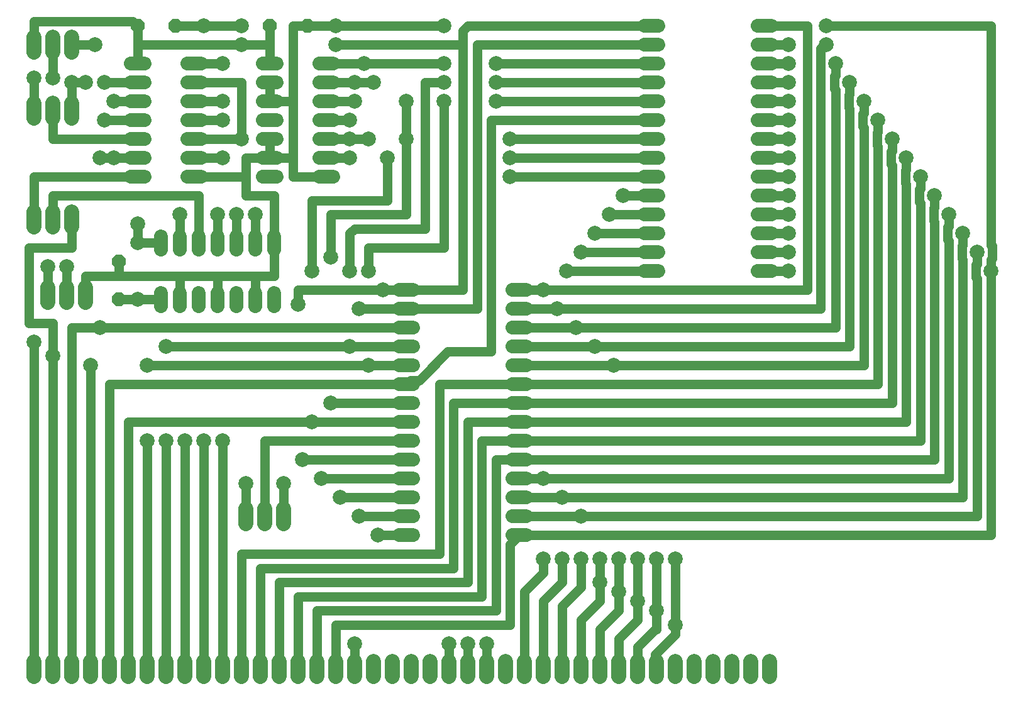
<source format=gbr>
G04 EAGLE Gerber RS-274X export*
G75*
%MOMM*%
%FSLAX34Y34*%
%LPD*%
%INBottom Copper*%
%IPPOS*%
%AMOC8*
5,1,8,0,0,1.08239X$1,22.5*%
G01*
%ADD10C,1.828800*%
%ADD11C,2.032000*%
%ADD12P,1.979475X8X22.500000*%
%ADD13P,1.979475X8X112.500000*%
%ADD14C,2.000000*%
%ADD15C,1.270000*%


D10*
X1012444Y-19050D02*
X994156Y-19050D01*
X994156Y-44450D02*
X1012444Y-44450D01*
X1012444Y-69850D02*
X994156Y-69850D01*
X994156Y-95250D02*
X1012444Y-95250D01*
X1012444Y-120650D02*
X994156Y-120650D01*
X994156Y-146050D02*
X1012444Y-146050D01*
X1012444Y-171450D02*
X994156Y-171450D01*
X994156Y-196850D02*
X1012444Y-196850D01*
X1012444Y-222250D02*
X994156Y-222250D01*
X994156Y-247650D02*
X1012444Y-247650D01*
X1012444Y-273050D02*
X994156Y-273050D01*
X994156Y-298450D02*
X1012444Y-298450D01*
X1012444Y-323850D02*
X994156Y-323850D01*
X994156Y-349250D02*
X1012444Y-349250D01*
X860044Y-349250D02*
X841756Y-349250D01*
X841756Y-323850D02*
X860044Y-323850D01*
X860044Y-298450D02*
X841756Y-298450D01*
X841756Y-273050D02*
X860044Y-273050D01*
X860044Y-247650D02*
X841756Y-247650D01*
X841756Y-222250D02*
X860044Y-222250D01*
X860044Y-196850D02*
X841756Y-196850D01*
X841756Y-171450D02*
X860044Y-171450D01*
X860044Y-146050D02*
X841756Y-146050D01*
X841756Y-120650D02*
X860044Y-120650D01*
X860044Y-95250D02*
X841756Y-95250D01*
X841756Y-69850D02*
X860044Y-69850D01*
X860044Y-44450D02*
X841756Y-44450D01*
X841756Y-19050D02*
X860044Y-19050D01*
X244094Y-69850D02*
X225806Y-69850D01*
X225806Y-95250D02*
X244094Y-95250D01*
X244094Y-222250D02*
X225806Y-222250D01*
X167894Y-222250D02*
X149606Y-222250D01*
X225806Y-120650D02*
X244094Y-120650D01*
X244094Y-146050D02*
X225806Y-146050D01*
X225806Y-196850D02*
X244094Y-196850D01*
X244094Y-171450D02*
X225806Y-171450D01*
X167894Y-196850D02*
X149606Y-196850D01*
X149606Y-171450D02*
X167894Y-171450D01*
X167894Y-146050D02*
X149606Y-146050D01*
X149606Y-120650D02*
X167894Y-120650D01*
X167894Y-95250D02*
X149606Y-95250D01*
X149606Y-69850D02*
X167894Y-69850D01*
X190500Y-302006D02*
X190500Y-320294D01*
X215900Y-320294D02*
X215900Y-302006D01*
X342900Y-302006D02*
X342900Y-320294D01*
X342900Y-378206D02*
X342900Y-396494D01*
X241300Y-320294D02*
X241300Y-302006D01*
X266700Y-302006D02*
X266700Y-320294D01*
X317500Y-320294D02*
X317500Y-302006D01*
X292100Y-302006D02*
X292100Y-320294D01*
X317500Y-378206D02*
X317500Y-396494D01*
X292100Y-396494D02*
X292100Y-378206D01*
X266700Y-378206D02*
X266700Y-396494D01*
X241300Y-396494D02*
X241300Y-378206D01*
X215900Y-378206D02*
X215900Y-396494D01*
X190500Y-396494D02*
X190500Y-378206D01*
X663956Y-374650D02*
X682244Y-374650D01*
X682244Y-400050D02*
X663956Y-400050D01*
X663956Y-425450D02*
X682244Y-425450D01*
X682244Y-450850D02*
X663956Y-450850D01*
X663956Y-476250D02*
X682244Y-476250D01*
X682244Y-501650D02*
X663956Y-501650D01*
X663956Y-527050D02*
X682244Y-527050D01*
X682244Y-552450D02*
X663956Y-552450D01*
X663956Y-577850D02*
X682244Y-577850D01*
X682244Y-603250D02*
X663956Y-603250D01*
X663956Y-628650D02*
X682244Y-628650D01*
X682244Y-654050D02*
X663956Y-654050D01*
X663956Y-679450D02*
X682244Y-679450D01*
X682244Y-704850D02*
X663956Y-704850D01*
X529844Y-704850D02*
X511556Y-704850D01*
X511556Y-679450D02*
X529844Y-679450D01*
X529844Y-654050D02*
X511556Y-654050D01*
X511556Y-628650D02*
X529844Y-628650D01*
X529844Y-603250D02*
X511556Y-603250D01*
X511556Y-577850D02*
X529844Y-577850D01*
X529844Y-552450D02*
X511556Y-552450D01*
X511556Y-527050D02*
X529844Y-527050D01*
X529844Y-501650D02*
X511556Y-501650D01*
X511556Y-476250D02*
X529844Y-476250D01*
X529844Y-450850D02*
X511556Y-450850D01*
X511556Y-425450D02*
X529844Y-425450D01*
X529844Y-400050D02*
X511556Y-400050D01*
X511556Y-374650D02*
X529844Y-374650D01*
X421894Y-69850D02*
X403606Y-69850D01*
X403606Y-95250D02*
X421894Y-95250D01*
X421894Y-222250D02*
X403606Y-222250D01*
X345694Y-222250D02*
X327406Y-222250D01*
X403606Y-120650D02*
X421894Y-120650D01*
X421894Y-146050D02*
X403606Y-146050D01*
X403606Y-196850D02*
X421894Y-196850D01*
X421894Y-171450D02*
X403606Y-171450D01*
X345694Y-196850D02*
X327406Y-196850D01*
X327406Y-171450D02*
X345694Y-171450D01*
X345694Y-146050D02*
X327406Y-146050D01*
X327406Y-120650D02*
X345694Y-120650D01*
X345694Y-95250D02*
X327406Y-95250D01*
X327406Y-69850D02*
X345694Y-69850D01*
D11*
X19050Y-875030D02*
X19050Y-895350D01*
X44450Y-895350D02*
X44450Y-875030D01*
X69850Y-875030D02*
X69850Y-895350D01*
X95250Y-895350D02*
X95250Y-875030D01*
X120650Y-875030D02*
X120650Y-895350D01*
X146050Y-895350D02*
X146050Y-875030D01*
X171450Y-875030D02*
X171450Y-895350D01*
X196850Y-895350D02*
X196850Y-875030D01*
X222250Y-875030D02*
X222250Y-895350D01*
X247650Y-895350D02*
X247650Y-875030D01*
X273050Y-875030D02*
X273050Y-895350D01*
X298450Y-895350D02*
X298450Y-875030D01*
X323850Y-875030D02*
X323850Y-895350D01*
X349250Y-895350D02*
X349250Y-875030D01*
X374650Y-875030D02*
X374650Y-895350D01*
X400050Y-895350D02*
X400050Y-875030D01*
X425450Y-875030D02*
X425450Y-895350D01*
X450850Y-895350D02*
X450850Y-875030D01*
X476250Y-875030D02*
X476250Y-895350D01*
X501650Y-895350D02*
X501650Y-875030D01*
X527050Y-875030D02*
X527050Y-895350D01*
X552450Y-895350D02*
X552450Y-875030D01*
X577850Y-875030D02*
X577850Y-895350D01*
X603250Y-895350D02*
X603250Y-875030D01*
X628650Y-875030D02*
X628650Y-895350D01*
X654050Y-895350D02*
X654050Y-875030D01*
X679450Y-875030D02*
X679450Y-895350D01*
X704850Y-895350D02*
X704850Y-875030D01*
X730250Y-875030D02*
X730250Y-895350D01*
X755650Y-895350D02*
X755650Y-875030D01*
X781050Y-875030D02*
X781050Y-895350D01*
X806450Y-895350D02*
X806450Y-875030D01*
X831850Y-875030D02*
X831850Y-895350D01*
X857250Y-895350D02*
X857250Y-875030D01*
X882650Y-875030D02*
X882650Y-895350D01*
X908050Y-895350D02*
X908050Y-875030D01*
X933450Y-875030D02*
X933450Y-895350D01*
X958850Y-895350D02*
X958850Y-875030D01*
X984250Y-875030D02*
X984250Y-895350D01*
X1009650Y-895350D02*
X1009650Y-875030D01*
X19050Y-54610D02*
X19050Y-34290D01*
X44450Y-34290D02*
X44450Y-54610D01*
X69850Y-54610D02*
X69850Y-34290D01*
X304800Y-669290D02*
X304800Y-689610D01*
X330200Y-689610D02*
X330200Y-669290D01*
X355600Y-669290D02*
X355600Y-689610D01*
X38100Y-391160D02*
X38100Y-370840D01*
X63500Y-370840D02*
X63500Y-391160D01*
X88900Y-391160D02*
X88900Y-370840D01*
X19050Y-289560D02*
X19050Y-269240D01*
X44450Y-269240D02*
X44450Y-289560D01*
X69850Y-289560D02*
X69850Y-269240D01*
X19050Y-143510D02*
X19050Y-123190D01*
X44450Y-123190D02*
X44450Y-143510D01*
X69850Y-143510D02*
X69850Y-123190D01*
D12*
X158750Y-19050D03*
X209550Y-19050D03*
X336550Y-19050D03*
X387350Y-19050D03*
D13*
X133350Y-387350D03*
X133350Y-336550D03*
D14*
X1308100Y-349250D03*
X1035050Y-349250D03*
D15*
X1003300Y-349250D01*
X425450Y-825500D02*
X425450Y-895350D01*
X425450Y-825500D02*
X660400Y-825500D01*
X660400Y-717550D01*
X673100Y-704850D01*
X1308100Y-704850D01*
X1308100Y-349250D01*
X336550Y-196850D02*
X336550Y-171450D01*
X336550Y-120650D02*
X336550Y-95250D01*
X336550Y-196850D02*
X368300Y-196850D01*
X368300Y-222250D01*
X412750Y-222250D01*
X368300Y-196850D02*
X368300Y-120650D01*
X336550Y-120650D01*
X317500Y-355600D02*
X317500Y-387350D01*
X317500Y-355600D02*
X342900Y-355600D01*
X342900Y-311150D01*
X266700Y-355600D02*
X266700Y-387350D01*
X266700Y-355600D02*
X317500Y-355600D01*
X215900Y-355600D02*
X215900Y-387350D01*
X215900Y-355600D02*
X266700Y-355600D01*
X133350Y-355600D02*
X88900Y-355600D01*
X133350Y-355600D02*
X215900Y-355600D01*
X234950Y-222250D02*
X304800Y-222250D01*
X304800Y-247650D01*
X342900Y-247650D01*
X342900Y-311150D01*
X336550Y-196850D02*
X304800Y-196850D01*
X304800Y-222250D01*
X88900Y-355600D02*
X88900Y-381000D01*
X133350Y-355600D02*
X133350Y-336550D01*
D14*
X101600Y-44450D03*
D15*
X368300Y-19050D02*
X368300Y-120650D01*
X368300Y-19050D02*
X387350Y-19050D01*
X101600Y-44450D02*
X69850Y-44450D01*
D14*
X247650Y-19050D03*
D15*
X209550Y-19050D01*
X1308100Y-333670D02*
X1308100Y-349250D01*
X1308100Y-333670D02*
X1309464Y-332306D01*
X1309464Y-315394D01*
X1308100Y-314030D01*
D14*
X1085850Y-19050D03*
D15*
X1308100Y-19050D01*
X1308100Y-314030D01*
D14*
X571500Y-19050D03*
X425450Y-19050D03*
X298450Y-19050D03*
D15*
X247650Y-19050D01*
X425450Y-19050D02*
X571500Y-19050D01*
X425450Y-19050D02*
X387350Y-19050D01*
D14*
X450850Y-850900D03*
D15*
X450850Y-895350D01*
X520700Y-374650D02*
X596900Y-374650D01*
X596900Y-44450D01*
X596900Y-25400D01*
X603250Y-19050D01*
X850900Y-19050D01*
D14*
X158750Y-387350D03*
D15*
X190500Y-387350D01*
X158750Y-387350D02*
X133350Y-387350D01*
D14*
X374650Y-393700D03*
X488950Y-374650D03*
D15*
X520700Y-374650D01*
X374650Y-374650D02*
X374650Y-393700D01*
X374650Y-374650D02*
X488950Y-374650D01*
X158750Y-69850D02*
X158750Y-44450D01*
X336550Y-44450D02*
X336550Y-69850D01*
X158750Y-19050D02*
X152400Y-12700D01*
X19050Y-12700D01*
X19050Y-44450D01*
D14*
X425450Y-44450D03*
X298450Y-44450D03*
D15*
X158750Y-44450D01*
X298450Y-44450D02*
X336550Y-44450D01*
X425450Y-44450D02*
X596900Y-44450D01*
X336550Y-44450D02*
X336550Y-19050D01*
X158750Y-19050D02*
X158750Y-44450D01*
D14*
X723900Y-400050D03*
X1035050Y-44450D03*
D15*
X723900Y-400050D02*
X673100Y-400050D01*
X1003300Y-44450D02*
X1035050Y-44450D01*
D14*
X1085850Y-44450D03*
D15*
X1078136Y-49436D02*
X1078136Y-400050D01*
X1078136Y-49436D02*
X1084486Y-43086D01*
X1085850Y-44450D01*
X1078136Y-400050D02*
X723900Y-400050D01*
D14*
X450850Y-95250D03*
X95250Y-476250D03*
D15*
X95250Y-895350D01*
D14*
X476250Y-95250D03*
D15*
X450850Y-95250D02*
X412750Y-95250D01*
X450850Y-95250D02*
X476250Y-95250D01*
D14*
X19050Y-444500D03*
X158750Y-285750D03*
D15*
X19050Y-444500D02*
X19050Y-895350D01*
D14*
X158750Y-311150D03*
D15*
X190500Y-311150D01*
D14*
X127000Y-120650D03*
D15*
X158750Y-120650D01*
X158750Y-285750D02*
X158750Y-311150D01*
D14*
X704850Y-374650D03*
D15*
X673100Y-374650D01*
X704850Y-374650D02*
X1060450Y-374650D01*
X1060450Y-19050D01*
X1003300Y-19050D01*
D14*
X44450Y-463550D03*
D15*
X44450Y-895350D01*
D14*
X107950Y-196850D03*
X127000Y-196850D03*
D15*
X158750Y-196850D01*
X127000Y-196850D02*
X107950Y-196850D01*
X44450Y-419100D02*
X44450Y-463550D01*
X44450Y-419100D02*
X12700Y-419100D01*
X12700Y-317500D01*
X69850Y-317500D01*
X69850Y-279400D01*
D14*
X641350Y-69850D03*
D15*
X850900Y-69850D01*
D14*
X107950Y-425450D03*
D15*
X69850Y-425450D01*
X69850Y-895350D01*
D14*
X571500Y-69850D03*
X88900Y-95250D03*
D15*
X107950Y-425450D02*
X520700Y-425450D01*
D14*
X69850Y-95250D03*
X463550Y-69850D03*
D15*
X412750Y-69850D01*
X463550Y-69850D02*
X571500Y-69850D01*
X69850Y-95250D02*
X69850Y-133350D01*
X69850Y-95250D02*
X88900Y-95250D01*
X146050Y-552450D02*
X146050Y-895350D01*
D14*
X660400Y-196850D03*
X393700Y-349250D03*
X393700Y-552450D03*
D15*
X520700Y-552450D01*
X393700Y-552450D02*
X146050Y-552450D01*
X660400Y-196850D02*
X850900Y-196850D01*
D14*
X495300Y-196850D03*
D15*
X495300Y-254000D01*
X393700Y-254000D01*
X393700Y-349250D01*
D14*
X171450Y-476250D03*
X641350Y-120650D03*
X171450Y-577850D03*
D15*
X171450Y-895350D01*
D14*
X469900Y-476250D03*
D15*
X171450Y-476250D01*
X469900Y-476250D02*
X520700Y-476250D01*
D14*
X469900Y-349250D03*
X571500Y-120650D03*
D15*
X641350Y-120650D02*
X850900Y-120650D01*
X469900Y-317500D02*
X469900Y-349250D01*
X469900Y-317500D02*
X571500Y-317500D01*
X571500Y-120650D01*
D14*
X196850Y-577850D03*
X196850Y-450850D03*
D15*
X196850Y-577850D02*
X196850Y-895350D01*
D14*
X444500Y-450850D03*
X444500Y-349250D03*
X571500Y-95250D03*
X641350Y-95250D03*
D15*
X850900Y-95250D01*
X444500Y-450850D02*
X196850Y-450850D01*
X444500Y-450850D02*
X520700Y-450850D01*
X444500Y-349250D02*
X444500Y-298450D01*
X450850Y-292100D01*
X546100Y-292100D01*
X546100Y-95250D01*
X571500Y-95250D01*
D14*
X749300Y-425450D03*
X1035050Y-69850D03*
D15*
X749300Y-425450D02*
X673100Y-425450D01*
X1003300Y-69850D02*
X1035050Y-69850D01*
X1098550Y-425450D02*
X749300Y-425450D01*
D14*
X222250Y-577850D03*
D15*
X222250Y-895350D01*
D14*
X1098550Y-69850D03*
D15*
X1098550Y-85430D01*
X1097186Y-86794D01*
X1097186Y-103706D01*
X1098550Y-105070D01*
X1098550Y-425450D01*
D14*
X774700Y-450850D03*
X1035050Y-95250D03*
D15*
X774700Y-450850D02*
X673100Y-450850D01*
X1003300Y-95250D02*
X1035050Y-95250D01*
X1117600Y-450850D02*
X774700Y-450850D01*
D14*
X247650Y-577850D03*
D15*
X247650Y-895350D01*
D14*
X1117600Y-95250D03*
D15*
X1117600Y-110830D01*
X1116236Y-112194D01*
X1116236Y-129106D01*
X1117600Y-130470D01*
X1117600Y-450850D01*
D14*
X800100Y-476250D03*
X1035050Y-120650D03*
D15*
X800100Y-476250D02*
X673100Y-476250D01*
X1003300Y-120650D02*
X1035050Y-120650D01*
X1136650Y-476250D02*
X800100Y-476250D01*
D14*
X273050Y-577850D03*
D15*
X273050Y-895350D01*
D14*
X1136650Y-120650D03*
D15*
X1136650Y-136230D01*
X1135286Y-137594D01*
X1135286Y-154506D01*
X1136650Y-155870D01*
X1136650Y-476250D01*
D14*
X1155700Y-146050D03*
X1035050Y-146050D03*
D15*
X1003300Y-146050D01*
X673100Y-501650D02*
X565150Y-501650D01*
X565150Y-730250D01*
X298450Y-730250D01*
X298450Y-895350D01*
X673100Y-501650D02*
X1155700Y-501650D01*
X1155700Y-181270D02*
X1154336Y-179906D01*
X1154336Y-162994D01*
X1155700Y-161630D01*
X1155700Y-146050D01*
X1155700Y-181270D02*
X1155700Y-501650D01*
D14*
X1174750Y-171450D03*
X1035050Y-171450D03*
D15*
X1003300Y-171450D01*
X584200Y-527050D02*
X584200Y-749300D01*
X323850Y-749300D01*
X323850Y-895350D01*
X584200Y-527050D02*
X673100Y-527050D01*
X1174750Y-527050D01*
X1174750Y-206670D02*
X1173386Y-205306D01*
X1173386Y-188394D01*
X1174750Y-187030D01*
X1174750Y-171450D01*
X1174750Y-206670D02*
X1174750Y-527050D01*
D14*
X1193800Y-196850D03*
X1035050Y-196850D03*
D15*
X1003300Y-196850D01*
X673100Y-552450D02*
X603250Y-552450D01*
X603250Y-768350D01*
X349250Y-768350D01*
X349250Y-895350D01*
X673100Y-552450D02*
X1193800Y-552450D01*
X1193800Y-232070D02*
X1192436Y-230706D01*
X1192436Y-213794D01*
X1193800Y-212430D01*
X1193800Y-196850D01*
X1193800Y-232070D02*
X1193800Y-552450D01*
D14*
X1212850Y-222250D03*
X1035050Y-222250D03*
D15*
X1003300Y-222250D01*
X673100Y-577850D02*
X622300Y-577850D01*
X622300Y-787400D01*
X374650Y-787400D01*
X374650Y-895350D01*
X673100Y-577850D02*
X1212850Y-577850D01*
X1212850Y-257470D02*
X1211486Y-256106D01*
X1211486Y-239194D01*
X1212850Y-237830D01*
X1212850Y-222250D01*
X1212850Y-257470D02*
X1212850Y-577850D01*
D14*
X1231900Y-247650D03*
X1035050Y-247650D03*
D15*
X1003300Y-247650D01*
X673100Y-603250D02*
X641350Y-603250D01*
X641350Y-806450D01*
X400050Y-806450D01*
X400050Y-895350D01*
X673100Y-603250D02*
X1231900Y-603250D01*
X1231900Y-282870D01*
X1230536Y-281506D01*
X1230536Y-264594D01*
X1231900Y-263230D01*
X1231900Y-247650D01*
X120650Y-501650D02*
X120650Y-895350D01*
X120650Y-501650D02*
X520700Y-501650D01*
X526542Y-495808D01*
X537945Y-495808D01*
X576553Y-457200D01*
X635000Y-457200D02*
X635000Y-146050D01*
X850900Y-146050D01*
X635000Y-457200D02*
X576553Y-457200D01*
D14*
X577850Y-850900D03*
D15*
X577850Y-895350D01*
D14*
X298450Y-171450D03*
D15*
X234950Y-171450D01*
X298450Y-171450D02*
X298450Y-95250D01*
X234950Y-95250D01*
D14*
X603250Y-850900D03*
D15*
X603250Y-895350D01*
D14*
X273050Y-146050D03*
D15*
X234950Y-146050D01*
D14*
X628650Y-850900D03*
D15*
X628650Y-895350D01*
D14*
X273050Y-69850D03*
D15*
X234950Y-69850D01*
D14*
X704850Y-628650D03*
X1035050Y-273050D03*
D15*
X704850Y-628650D02*
X673100Y-628650D01*
X1003300Y-273050D02*
X1035050Y-273050D01*
X1250950Y-628650D02*
X704850Y-628650D01*
D14*
X704850Y-736600D03*
X1250950Y-273050D03*
D15*
X1250950Y-308270D02*
X1250950Y-628650D01*
X1250950Y-308270D02*
X1249586Y-306906D01*
X1249586Y-289994D01*
X1250950Y-288630D01*
X1250950Y-273050D01*
X679450Y-781050D02*
X679450Y-895350D01*
X704850Y-755650D02*
X704850Y-736600D01*
X704850Y-755650D02*
X679450Y-781050D01*
D14*
X730250Y-654050D03*
X1035050Y-298450D03*
D15*
X730250Y-654050D02*
X673100Y-654050D01*
X1003300Y-298450D02*
X1035050Y-298450D01*
X1270000Y-654050D02*
X730250Y-654050D01*
D14*
X730250Y-736600D03*
X1270000Y-298450D03*
D15*
X1270000Y-333670D02*
X1270000Y-654050D01*
X1270000Y-333670D02*
X1268636Y-332306D01*
X1268636Y-315394D01*
X1270000Y-314030D01*
X1270000Y-298450D01*
X704850Y-793750D02*
X704850Y-895350D01*
X730250Y-768350D02*
X730250Y-736600D01*
X730250Y-768350D02*
X704850Y-793750D01*
D14*
X755650Y-679450D03*
X1035050Y-323850D03*
D15*
X755650Y-679450D02*
X673100Y-679450D01*
X1003300Y-323850D02*
X1035050Y-323850D01*
X1289050Y-679450D02*
X755650Y-679450D01*
D14*
X755650Y-736600D03*
X1289050Y-323850D03*
D15*
X1289050Y-359070D02*
X1289050Y-679450D01*
X1289050Y-359070D02*
X1287686Y-357706D01*
X1287686Y-340794D01*
X1289050Y-339430D01*
X1289050Y-323850D01*
X755650Y-774700D02*
X730250Y-800100D01*
X755650Y-774700D02*
X755650Y-736600D01*
X730250Y-800100D02*
X730250Y-895350D01*
D14*
X781050Y-768350D03*
X482600Y-704850D03*
D15*
X520700Y-704850D01*
D14*
X736600Y-349250D03*
X781050Y-736600D03*
D15*
X736600Y-349250D02*
X850900Y-349250D01*
X755650Y-819150D02*
X755650Y-895350D01*
X755650Y-819150D02*
X781050Y-793750D01*
X781050Y-768350D01*
X781050Y-736600D01*
D14*
X806450Y-781050D03*
X457200Y-679450D03*
D15*
X520700Y-679450D01*
D14*
X755650Y-323850D03*
X806450Y-736600D03*
D15*
X850900Y-323850D02*
X755650Y-323850D01*
X781050Y-831850D02*
X781050Y-895350D01*
X781050Y-831850D02*
X806450Y-806450D01*
X806450Y-781050D01*
X806450Y-736600D01*
D14*
X831850Y-793750D03*
X431800Y-654050D03*
D15*
X520700Y-654050D01*
D14*
X774700Y-298450D03*
X831850Y-736600D03*
D15*
X850900Y-298450D02*
X774700Y-298450D01*
X806450Y-844550D02*
X806450Y-895350D01*
X806450Y-844550D02*
X831850Y-819150D01*
X831850Y-793750D01*
X831850Y-736600D01*
D14*
X857250Y-806450D03*
X406400Y-628650D03*
D15*
X520700Y-628650D01*
D14*
X793750Y-273050D03*
X857250Y-736600D03*
D15*
X850900Y-273050D02*
X793750Y-273050D01*
X831850Y-855558D02*
X831850Y-895350D01*
X831850Y-855558D02*
X855558Y-831850D01*
X857250Y-831850D01*
X857250Y-806450D01*
X857250Y-736600D01*
D14*
X882650Y-825500D03*
X381000Y-603250D03*
D15*
X520700Y-603250D01*
D14*
X812800Y-247650D03*
X882650Y-736600D03*
D15*
X850900Y-247650D02*
X812800Y-247650D01*
X882650Y-838200D02*
X855726Y-865124D01*
X882650Y-838200D02*
X882650Y-825500D01*
X855726Y-893826D02*
X857250Y-895350D01*
X855726Y-893826D02*
X855726Y-865124D01*
X882650Y-825500D02*
X882650Y-736600D01*
D14*
X660400Y-171450D03*
X419100Y-527050D03*
D15*
X520700Y-527050D01*
D14*
X520700Y-171450D03*
X419100Y-330200D03*
D15*
X660400Y-171450D02*
X850900Y-171450D01*
X419100Y-273050D02*
X419100Y-330200D01*
X419100Y-273050D02*
X520700Y-273050D01*
X520700Y-171450D01*
D14*
X273050Y-120650D03*
X520700Y-120650D03*
D15*
X520700Y-171450D01*
X273050Y-120650D02*
X234950Y-120650D01*
X615950Y-44450D02*
X615950Y-400050D01*
X520700Y-400050D01*
X615950Y-44450D02*
X850900Y-44450D01*
D14*
X457200Y-400050D03*
X273050Y-196850D03*
D15*
X234950Y-196850D01*
X457200Y-400050D02*
X520700Y-400050D01*
D14*
X215900Y-273050D03*
X660400Y-222250D03*
D15*
X215900Y-273050D02*
X215900Y-311150D01*
X660400Y-222250D02*
X850900Y-222250D01*
X520700Y-577850D02*
X330200Y-577850D01*
X330200Y-679450D01*
D14*
X292100Y-273050D03*
X44450Y-88900D03*
D15*
X44450Y-44450D01*
X292100Y-273050D02*
X292100Y-311150D01*
D14*
X317500Y-273050D03*
X444500Y-146050D03*
D15*
X412750Y-146050D01*
X317500Y-273050D02*
X317500Y-311150D01*
D14*
X304800Y-635000D03*
D15*
X304800Y-679450D01*
D14*
X444500Y-171450D03*
D15*
X412750Y-171450D01*
D14*
X114300Y-146050D03*
X469900Y-171450D03*
D15*
X158750Y-146050D02*
X114300Y-146050D01*
X444500Y-171450D02*
X469900Y-171450D01*
D14*
X355600Y-635000D03*
D15*
X355600Y-679450D01*
D14*
X444500Y-196850D03*
D15*
X412750Y-196850D01*
D14*
X114300Y-95250D03*
X63500Y-342900D03*
D15*
X63500Y-381000D01*
X114300Y-95250D02*
X158750Y-95250D01*
D14*
X38100Y-342900D03*
X266700Y-273050D03*
D15*
X38100Y-342900D02*
X38100Y-381000D01*
X266700Y-311150D02*
X266700Y-273050D01*
X241300Y-247650D02*
X44450Y-247650D01*
X44450Y-279400D01*
X241300Y-311150D02*
X241300Y-247650D01*
X19050Y-222250D02*
X19050Y-279400D01*
X19050Y-222250D02*
X158750Y-222250D01*
X44450Y-171450D02*
X44450Y-133350D01*
X44450Y-171450D02*
X158750Y-171450D01*
D14*
X19050Y-88900D03*
X450850Y-120650D03*
D15*
X412750Y-120650D01*
X19050Y-133350D02*
X19050Y-88900D01*
M02*

</source>
